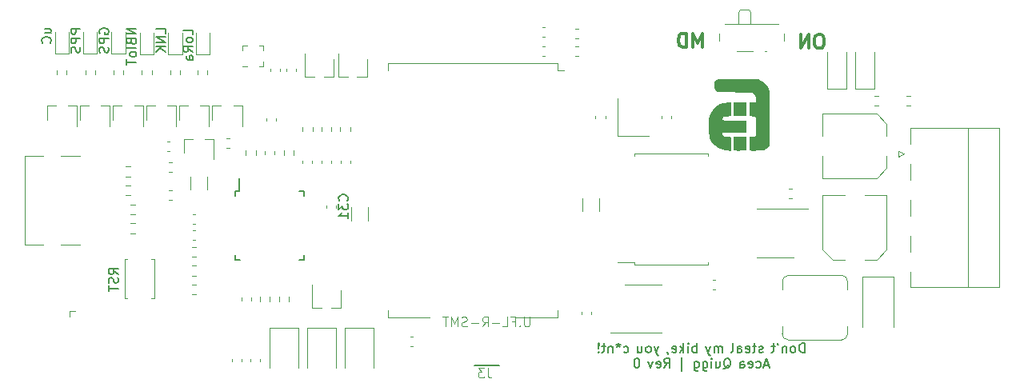
<source format=gbr>
%TF.GenerationSoftware,KiCad,Pcbnew,(6.99.0-1917-g23fb4c7433)*%
%TF.CreationDate,2022-06-08T13:57:36+10:00*%
%TF.ProjectId,samd21_gps_tracker,73616d64-3231-45f6-9770-735f74726163,rev?*%
%TF.SameCoordinates,Original*%
%TF.FileFunction,Legend,Bot*%
%TF.FilePolarity,Positive*%
%FSLAX46Y46*%
G04 Gerber Fmt 4.6, Leading zero omitted, Abs format (unit mm)*
G04 Created by KiCad (PCBNEW (6.99.0-1917-g23fb4c7433)) date 2022-06-08 13:57:36*
%MOMM*%
%LPD*%
G01*
G04 APERTURE LIST*
%ADD10C,0.170000*%
%ADD11C,0.300000*%
%ADD12C,0.150000*%
%ADD13C,0.050000*%
%ADD14C,0.010000*%
%ADD15C,0.120000*%
%ADD16C,0.127000*%
G04 APERTURE END LIST*
D10*
X143467380Y-38361905D02*
X142467380Y-38361905D01*
X142467380Y-38361905D02*
X142467380Y-38742857D01*
X142467380Y-38742857D02*
X142515000Y-38838095D01*
X142515000Y-38838095D02*
X142562619Y-38885714D01*
X142562619Y-38885714D02*
X142657857Y-38933333D01*
X142657857Y-38933333D02*
X142800714Y-38933333D01*
X142800714Y-38933333D02*
X142895952Y-38885714D01*
X142895952Y-38885714D02*
X142943571Y-38838095D01*
X142943571Y-38838095D02*
X142991190Y-38742857D01*
X142991190Y-38742857D02*
X142991190Y-38361905D01*
X143467380Y-39361905D02*
X142467380Y-39361905D01*
X142467380Y-39361905D02*
X142467380Y-39742857D01*
X142467380Y-39742857D02*
X142515000Y-39838095D01*
X142515000Y-39838095D02*
X142562619Y-39885714D01*
X142562619Y-39885714D02*
X142657857Y-39933333D01*
X142657857Y-39933333D02*
X142800714Y-39933333D01*
X142800714Y-39933333D02*
X142895952Y-39885714D01*
X142895952Y-39885714D02*
X142943571Y-39838095D01*
X142943571Y-39838095D02*
X142991190Y-39742857D01*
X142991190Y-39742857D02*
X142991190Y-39361905D01*
X143419761Y-40314286D02*
X143467380Y-40457143D01*
X143467380Y-40457143D02*
X143467380Y-40695238D01*
X143467380Y-40695238D02*
X143419761Y-40790476D01*
X143419761Y-40790476D02*
X143372142Y-40838095D01*
X143372142Y-40838095D02*
X143276904Y-40885714D01*
X143276904Y-40885714D02*
X143181666Y-40885714D01*
X143181666Y-40885714D02*
X143086428Y-40838095D01*
X143086428Y-40838095D02*
X143038809Y-40790476D01*
X143038809Y-40790476D02*
X142991190Y-40695238D01*
X142991190Y-40695238D02*
X142943571Y-40504762D01*
X142943571Y-40504762D02*
X142895952Y-40409524D01*
X142895952Y-40409524D02*
X142848333Y-40361905D01*
X142848333Y-40361905D02*
X142753095Y-40314286D01*
X142753095Y-40314286D02*
X142657857Y-40314286D01*
X142657857Y-40314286D02*
X142562619Y-40361905D01*
X142562619Y-40361905D02*
X142515000Y-40409524D01*
X142515000Y-40409524D02*
X142467380Y-40504762D01*
X142467380Y-40504762D02*
X142467380Y-40742857D01*
X142467380Y-40742857D02*
X142515000Y-40885714D01*
X145515000Y-38885714D02*
X145467380Y-38790476D01*
X145467380Y-38790476D02*
X145467380Y-38647619D01*
X145467380Y-38647619D02*
X145515000Y-38504762D01*
X145515000Y-38504762D02*
X145610238Y-38409524D01*
X145610238Y-38409524D02*
X145705476Y-38361905D01*
X145705476Y-38361905D02*
X145895952Y-38314286D01*
X145895952Y-38314286D02*
X146038809Y-38314286D01*
X146038809Y-38314286D02*
X146229285Y-38361905D01*
X146229285Y-38361905D02*
X146324523Y-38409524D01*
X146324523Y-38409524D02*
X146419761Y-38504762D01*
X146419761Y-38504762D02*
X146467380Y-38647619D01*
X146467380Y-38647619D02*
X146467380Y-38742857D01*
X146467380Y-38742857D02*
X146419761Y-38885714D01*
X146419761Y-38885714D02*
X146372142Y-38933333D01*
X146372142Y-38933333D02*
X146038809Y-38933333D01*
X146038809Y-38933333D02*
X146038809Y-38742857D01*
X146467380Y-39361905D02*
X145467380Y-39361905D01*
X145467380Y-39361905D02*
X145467380Y-39742857D01*
X145467380Y-39742857D02*
X145515000Y-39838095D01*
X145515000Y-39838095D02*
X145562619Y-39885714D01*
X145562619Y-39885714D02*
X145657857Y-39933333D01*
X145657857Y-39933333D02*
X145800714Y-39933333D01*
X145800714Y-39933333D02*
X145895952Y-39885714D01*
X145895952Y-39885714D02*
X145943571Y-39838095D01*
X145943571Y-39838095D02*
X145991190Y-39742857D01*
X145991190Y-39742857D02*
X145991190Y-39361905D01*
X146419761Y-40314286D02*
X146467380Y-40457143D01*
X146467380Y-40457143D02*
X146467380Y-40695238D01*
X146467380Y-40695238D02*
X146419761Y-40790476D01*
X146419761Y-40790476D02*
X146372142Y-40838095D01*
X146372142Y-40838095D02*
X146276904Y-40885714D01*
X146276904Y-40885714D02*
X146181666Y-40885714D01*
X146181666Y-40885714D02*
X146086428Y-40838095D01*
X146086428Y-40838095D02*
X146038809Y-40790476D01*
X146038809Y-40790476D02*
X145991190Y-40695238D01*
X145991190Y-40695238D02*
X145943571Y-40504762D01*
X145943571Y-40504762D02*
X145895952Y-40409524D01*
X145895952Y-40409524D02*
X145848333Y-40361905D01*
X145848333Y-40361905D02*
X145753095Y-40314286D01*
X145753095Y-40314286D02*
X145657857Y-40314286D01*
X145657857Y-40314286D02*
X145562619Y-40361905D01*
X145562619Y-40361905D02*
X145515000Y-40409524D01*
X145515000Y-40409524D02*
X145467380Y-40504762D01*
X145467380Y-40504762D02*
X145467380Y-40742857D01*
X145467380Y-40742857D02*
X145515000Y-40885714D01*
X149367380Y-38342857D02*
X148367380Y-38342857D01*
X148367380Y-38342857D02*
X149367380Y-38914285D01*
X149367380Y-38914285D02*
X148367380Y-38914285D01*
X148843571Y-39723809D02*
X148891190Y-39866666D01*
X148891190Y-39866666D02*
X148938809Y-39914285D01*
X148938809Y-39914285D02*
X149034047Y-39961904D01*
X149034047Y-39961904D02*
X149176904Y-39961904D01*
X149176904Y-39961904D02*
X149272142Y-39914285D01*
X149272142Y-39914285D02*
X149319761Y-39866666D01*
X149319761Y-39866666D02*
X149367380Y-39771428D01*
X149367380Y-39771428D02*
X149367380Y-39390476D01*
X149367380Y-39390476D02*
X148367380Y-39390476D01*
X148367380Y-39390476D02*
X148367380Y-39723809D01*
X148367380Y-39723809D02*
X148415000Y-39819047D01*
X148415000Y-39819047D02*
X148462619Y-39866666D01*
X148462619Y-39866666D02*
X148557857Y-39914285D01*
X148557857Y-39914285D02*
X148653095Y-39914285D01*
X148653095Y-39914285D02*
X148748333Y-39866666D01*
X148748333Y-39866666D02*
X148795952Y-39819047D01*
X148795952Y-39819047D02*
X148843571Y-39723809D01*
X148843571Y-39723809D02*
X148843571Y-39390476D01*
X149367380Y-40390476D02*
X148367380Y-40390476D01*
X149367380Y-41009523D02*
X149319761Y-40914285D01*
X149319761Y-40914285D02*
X149272142Y-40866666D01*
X149272142Y-40866666D02*
X149176904Y-40819047D01*
X149176904Y-40819047D02*
X148891190Y-40819047D01*
X148891190Y-40819047D02*
X148795952Y-40866666D01*
X148795952Y-40866666D02*
X148748333Y-40914285D01*
X148748333Y-40914285D02*
X148700714Y-41009523D01*
X148700714Y-41009523D02*
X148700714Y-41152380D01*
X148700714Y-41152380D02*
X148748333Y-41247618D01*
X148748333Y-41247618D02*
X148795952Y-41295237D01*
X148795952Y-41295237D02*
X148891190Y-41342856D01*
X148891190Y-41342856D02*
X149176904Y-41342856D01*
X149176904Y-41342856D02*
X149272142Y-41295237D01*
X149272142Y-41295237D02*
X149319761Y-41247618D01*
X149319761Y-41247618D02*
X149367380Y-41152380D01*
X149367380Y-41152380D02*
X149367380Y-41009523D01*
X148367380Y-41628571D02*
X148367380Y-42199999D01*
X149367380Y-41914285D02*
X148367380Y-41914285D01*
X152467380Y-38885714D02*
X152467380Y-38409524D01*
X152467380Y-38409524D02*
X151467380Y-38409524D01*
X152467380Y-39219048D02*
X151467380Y-39219048D01*
X151467380Y-39219048D02*
X152467380Y-39790476D01*
X152467380Y-39790476D02*
X151467380Y-39790476D01*
X152467380Y-40266667D02*
X151467380Y-40266667D01*
X152467380Y-40838095D02*
X151895952Y-40409524D01*
X151467380Y-40838095D02*
X152038809Y-40266667D01*
D11*
X209300000Y-40351071D02*
X209300000Y-38851071D01*
X209300000Y-38851071D02*
X208800000Y-39922500D01*
X208800000Y-39922500D02*
X208300000Y-38851071D01*
X208300000Y-38851071D02*
X208300000Y-40351071D01*
X207585714Y-40351071D02*
X207585714Y-38851071D01*
X207585714Y-38851071D02*
X207228571Y-38851071D01*
X207228571Y-38851071D02*
X207014285Y-38922500D01*
X207014285Y-38922500D02*
X206871428Y-39065357D01*
X206871428Y-39065357D02*
X206799999Y-39208214D01*
X206799999Y-39208214D02*
X206728571Y-39493928D01*
X206728571Y-39493928D02*
X206728571Y-39708214D01*
X206728571Y-39708214D02*
X206799999Y-39993928D01*
X206799999Y-39993928D02*
X206871428Y-40136785D01*
X206871428Y-40136785D02*
X207014285Y-40279642D01*
X207014285Y-40279642D02*
X207228571Y-40351071D01*
X207228571Y-40351071D02*
X207585714Y-40351071D01*
X221828571Y-38951071D02*
X221542857Y-38951071D01*
X221542857Y-38951071D02*
X221400000Y-39022500D01*
X221400000Y-39022500D02*
X221257143Y-39165357D01*
X221257143Y-39165357D02*
X221185714Y-39451071D01*
X221185714Y-39451071D02*
X221185714Y-39951071D01*
X221185714Y-39951071D02*
X221257143Y-40236785D01*
X221257143Y-40236785D02*
X221400000Y-40379642D01*
X221400000Y-40379642D02*
X221542857Y-40451071D01*
X221542857Y-40451071D02*
X221828571Y-40451071D01*
X221828571Y-40451071D02*
X221971429Y-40379642D01*
X221971429Y-40379642D02*
X222114286Y-40236785D01*
X222114286Y-40236785D02*
X222185714Y-39951071D01*
X222185714Y-39951071D02*
X222185714Y-39451071D01*
X222185714Y-39451071D02*
X222114286Y-39165357D01*
X222114286Y-39165357D02*
X221971429Y-39022500D01*
X221971429Y-39022500D02*
X221828571Y-38951071D01*
X220542857Y-40451071D02*
X220542857Y-38951071D01*
X220542857Y-38951071D02*
X219685714Y-40451071D01*
X219685714Y-40451071D02*
X219685714Y-38951071D01*
D10*
X155367380Y-39004761D02*
X155367380Y-38528571D01*
X155367380Y-38528571D02*
X154367380Y-38528571D01*
X155367380Y-39480952D02*
X155319761Y-39385714D01*
X155319761Y-39385714D02*
X155272142Y-39338095D01*
X155272142Y-39338095D02*
X155176904Y-39290476D01*
X155176904Y-39290476D02*
X154891190Y-39290476D01*
X154891190Y-39290476D02*
X154795952Y-39338095D01*
X154795952Y-39338095D02*
X154748333Y-39385714D01*
X154748333Y-39385714D02*
X154700714Y-39480952D01*
X154700714Y-39480952D02*
X154700714Y-39623809D01*
X154700714Y-39623809D02*
X154748333Y-39719047D01*
X154748333Y-39719047D02*
X154795952Y-39766666D01*
X154795952Y-39766666D02*
X154891190Y-39814285D01*
X154891190Y-39814285D02*
X155176904Y-39814285D01*
X155176904Y-39814285D02*
X155272142Y-39766666D01*
X155272142Y-39766666D02*
X155319761Y-39719047D01*
X155319761Y-39719047D02*
X155367380Y-39623809D01*
X155367380Y-39623809D02*
X155367380Y-39480952D01*
X155367380Y-40814285D02*
X154891190Y-40480952D01*
X155367380Y-40242857D02*
X154367380Y-40242857D01*
X154367380Y-40242857D02*
X154367380Y-40623809D01*
X154367380Y-40623809D02*
X154415000Y-40719047D01*
X154415000Y-40719047D02*
X154462619Y-40766666D01*
X154462619Y-40766666D02*
X154557857Y-40814285D01*
X154557857Y-40814285D02*
X154700714Y-40814285D01*
X154700714Y-40814285D02*
X154795952Y-40766666D01*
X154795952Y-40766666D02*
X154843571Y-40719047D01*
X154843571Y-40719047D02*
X154891190Y-40623809D01*
X154891190Y-40623809D02*
X154891190Y-40242857D01*
X155367380Y-41671428D02*
X154843571Y-41671428D01*
X154843571Y-41671428D02*
X154748333Y-41623809D01*
X154748333Y-41623809D02*
X154700714Y-41528571D01*
X154700714Y-41528571D02*
X154700714Y-41338095D01*
X154700714Y-41338095D02*
X154748333Y-41242857D01*
X155319761Y-41671428D02*
X155367380Y-41576190D01*
X155367380Y-41576190D02*
X155367380Y-41338095D01*
X155367380Y-41338095D02*
X155319761Y-41242857D01*
X155319761Y-41242857D02*
X155224523Y-41195238D01*
X155224523Y-41195238D02*
X155129285Y-41195238D01*
X155129285Y-41195238D02*
X155034047Y-41242857D01*
X155034047Y-41242857D02*
X154986428Y-41338095D01*
X154986428Y-41338095D02*
X154986428Y-41576190D01*
X154986428Y-41576190D02*
X154938809Y-41671428D01*
D12*
X147467380Y-64352380D02*
X146991190Y-64019047D01*
X147467380Y-63780952D02*
X146467380Y-63780952D01*
X146467380Y-63780952D02*
X146467380Y-64161904D01*
X146467380Y-64161904D02*
X146515000Y-64257142D01*
X146515000Y-64257142D02*
X146562619Y-64304761D01*
X146562619Y-64304761D02*
X146657857Y-64352380D01*
X146657857Y-64352380D02*
X146800714Y-64352380D01*
X146800714Y-64352380D02*
X146895952Y-64304761D01*
X146895952Y-64304761D02*
X146943571Y-64257142D01*
X146943571Y-64257142D02*
X146991190Y-64161904D01*
X146991190Y-64161904D02*
X146991190Y-63780952D01*
X147419761Y-64733333D02*
X147467380Y-64876190D01*
X147467380Y-64876190D02*
X147467380Y-65114285D01*
X147467380Y-65114285D02*
X147419761Y-65209523D01*
X147419761Y-65209523D02*
X147372142Y-65257142D01*
X147372142Y-65257142D02*
X147276904Y-65304761D01*
X147276904Y-65304761D02*
X147181666Y-65304761D01*
X147181666Y-65304761D02*
X147086428Y-65257142D01*
X147086428Y-65257142D02*
X147038809Y-65209523D01*
X147038809Y-65209523D02*
X146991190Y-65114285D01*
X146991190Y-65114285D02*
X146943571Y-64923809D01*
X146943571Y-64923809D02*
X146895952Y-64828571D01*
X146895952Y-64828571D02*
X146848333Y-64780952D01*
X146848333Y-64780952D02*
X146753095Y-64733333D01*
X146753095Y-64733333D02*
X146657857Y-64733333D01*
X146657857Y-64733333D02*
X146562619Y-64780952D01*
X146562619Y-64780952D02*
X146515000Y-64828571D01*
X146515000Y-64828571D02*
X146467380Y-64923809D01*
X146467380Y-64923809D02*
X146467380Y-65161904D01*
X146467380Y-65161904D02*
X146515000Y-65304761D01*
X146467380Y-65590476D02*
X146467380Y-66161904D01*
X147467380Y-65876190D02*
X146467380Y-65876190D01*
X220104762Y-72657380D02*
X220104762Y-71657380D01*
X220104762Y-71657380D02*
X219866667Y-71657380D01*
X219866667Y-71657380D02*
X219723810Y-71705000D01*
X219723810Y-71705000D02*
X219628572Y-71800238D01*
X219628572Y-71800238D02*
X219580953Y-71895476D01*
X219580953Y-71895476D02*
X219533334Y-72085952D01*
X219533334Y-72085952D02*
X219533334Y-72228809D01*
X219533334Y-72228809D02*
X219580953Y-72419285D01*
X219580953Y-72419285D02*
X219628572Y-72514523D01*
X219628572Y-72514523D02*
X219723810Y-72609761D01*
X219723810Y-72609761D02*
X219866667Y-72657380D01*
X219866667Y-72657380D02*
X220104762Y-72657380D01*
X218961905Y-72657380D02*
X219057143Y-72609761D01*
X219057143Y-72609761D02*
X219104762Y-72562142D01*
X219104762Y-72562142D02*
X219152381Y-72466904D01*
X219152381Y-72466904D02*
X219152381Y-72181190D01*
X219152381Y-72181190D02*
X219104762Y-72085952D01*
X219104762Y-72085952D02*
X219057143Y-72038333D01*
X219057143Y-72038333D02*
X218961905Y-71990714D01*
X218961905Y-71990714D02*
X218819048Y-71990714D01*
X218819048Y-71990714D02*
X218723810Y-72038333D01*
X218723810Y-72038333D02*
X218676191Y-72085952D01*
X218676191Y-72085952D02*
X218628572Y-72181190D01*
X218628572Y-72181190D02*
X218628572Y-72466904D01*
X218628572Y-72466904D02*
X218676191Y-72562142D01*
X218676191Y-72562142D02*
X218723810Y-72609761D01*
X218723810Y-72609761D02*
X218819048Y-72657380D01*
X218819048Y-72657380D02*
X218961905Y-72657380D01*
X218200000Y-71990714D02*
X218200000Y-72657380D01*
X218200000Y-72085952D02*
X218152381Y-72038333D01*
X218152381Y-72038333D02*
X218057143Y-71990714D01*
X218057143Y-71990714D02*
X217914286Y-71990714D01*
X217914286Y-71990714D02*
X217819048Y-72038333D01*
X217819048Y-72038333D02*
X217771429Y-72133571D01*
X217771429Y-72133571D02*
X217771429Y-72657380D01*
X217247619Y-71657380D02*
X217247619Y-71705000D01*
X217247619Y-71705000D02*
X217295238Y-71800238D01*
X217295238Y-71800238D02*
X217342857Y-71847857D01*
X216961905Y-71990714D02*
X216580953Y-71990714D01*
X216819048Y-71657380D02*
X216819048Y-72514523D01*
X216819048Y-72514523D02*
X216771429Y-72609761D01*
X216771429Y-72609761D02*
X216676191Y-72657380D01*
X216676191Y-72657380D02*
X216580953Y-72657380D01*
X215695238Y-72609761D02*
X215600000Y-72657380D01*
X215600000Y-72657380D02*
X215409524Y-72657380D01*
X215409524Y-72657380D02*
X215314286Y-72609761D01*
X215314286Y-72609761D02*
X215266667Y-72514523D01*
X215266667Y-72514523D02*
X215266667Y-72466904D01*
X215266667Y-72466904D02*
X215314286Y-72371666D01*
X215314286Y-72371666D02*
X215409524Y-72324047D01*
X215409524Y-72324047D02*
X215552381Y-72324047D01*
X215552381Y-72324047D02*
X215647619Y-72276428D01*
X215647619Y-72276428D02*
X215695238Y-72181190D01*
X215695238Y-72181190D02*
X215695238Y-72133571D01*
X215695238Y-72133571D02*
X215647619Y-72038333D01*
X215647619Y-72038333D02*
X215552381Y-71990714D01*
X215552381Y-71990714D02*
X215409524Y-71990714D01*
X215409524Y-71990714D02*
X215314286Y-72038333D01*
X214980952Y-71990714D02*
X214600000Y-71990714D01*
X214838095Y-71657380D02*
X214838095Y-72514523D01*
X214838095Y-72514523D02*
X214790476Y-72609761D01*
X214790476Y-72609761D02*
X214695238Y-72657380D01*
X214695238Y-72657380D02*
X214600000Y-72657380D01*
X213885714Y-72609761D02*
X213980952Y-72657380D01*
X213980952Y-72657380D02*
X214171428Y-72657380D01*
X214171428Y-72657380D02*
X214266666Y-72609761D01*
X214266666Y-72609761D02*
X214314285Y-72514523D01*
X214314285Y-72514523D02*
X214314285Y-72133571D01*
X214314285Y-72133571D02*
X214266666Y-72038333D01*
X214266666Y-72038333D02*
X214171428Y-71990714D01*
X214171428Y-71990714D02*
X213980952Y-71990714D01*
X213980952Y-71990714D02*
X213885714Y-72038333D01*
X213885714Y-72038333D02*
X213838095Y-72133571D01*
X213838095Y-72133571D02*
X213838095Y-72228809D01*
X213838095Y-72228809D02*
X214314285Y-72324047D01*
X212980952Y-72657380D02*
X212980952Y-72133571D01*
X212980952Y-72133571D02*
X213028571Y-72038333D01*
X213028571Y-72038333D02*
X213123809Y-71990714D01*
X213123809Y-71990714D02*
X213314285Y-71990714D01*
X213314285Y-71990714D02*
X213409523Y-72038333D01*
X212980952Y-72609761D02*
X213076190Y-72657380D01*
X213076190Y-72657380D02*
X213314285Y-72657380D01*
X213314285Y-72657380D02*
X213409523Y-72609761D01*
X213409523Y-72609761D02*
X213457142Y-72514523D01*
X213457142Y-72514523D02*
X213457142Y-72419285D01*
X213457142Y-72419285D02*
X213409523Y-72324047D01*
X213409523Y-72324047D02*
X213314285Y-72276428D01*
X213314285Y-72276428D02*
X213076190Y-72276428D01*
X213076190Y-72276428D02*
X212980952Y-72228809D01*
X212361904Y-72657380D02*
X212457142Y-72609761D01*
X212457142Y-72609761D02*
X212504761Y-72514523D01*
X212504761Y-72514523D02*
X212504761Y-71657380D01*
X211380951Y-72657380D02*
X211380951Y-71990714D01*
X211380951Y-72085952D02*
X211333332Y-72038333D01*
X211333332Y-72038333D02*
X211238094Y-71990714D01*
X211238094Y-71990714D02*
X211095237Y-71990714D01*
X211095237Y-71990714D02*
X210999999Y-72038333D01*
X210999999Y-72038333D02*
X210952380Y-72133571D01*
X210952380Y-72133571D02*
X210952380Y-72657380D01*
X210952380Y-72133571D02*
X210904761Y-72038333D01*
X210904761Y-72038333D02*
X210809523Y-71990714D01*
X210809523Y-71990714D02*
X210666666Y-71990714D01*
X210666666Y-71990714D02*
X210571427Y-72038333D01*
X210571427Y-72038333D02*
X210523808Y-72133571D01*
X210523808Y-72133571D02*
X210523808Y-72657380D01*
X210142856Y-71990714D02*
X209904761Y-72657380D01*
X209666666Y-71990714D02*
X209904761Y-72657380D01*
X209904761Y-72657380D02*
X209999999Y-72895476D01*
X209999999Y-72895476D02*
X210047618Y-72943095D01*
X210047618Y-72943095D02*
X210142856Y-72990714D01*
X208685713Y-72657380D02*
X208685713Y-71657380D01*
X208685713Y-72038333D02*
X208590475Y-71990714D01*
X208590475Y-71990714D02*
X208399999Y-71990714D01*
X208399999Y-71990714D02*
X208304761Y-72038333D01*
X208304761Y-72038333D02*
X208257142Y-72085952D01*
X208257142Y-72085952D02*
X208209523Y-72181190D01*
X208209523Y-72181190D02*
X208209523Y-72466904D01*
X208209523Y-72466904D02*
X208257142Y-72562142D01*
X208257142Y-72562142D02*
X208304761Y-72609761D01*
X208304761Y-72609761D02*
X208399999Y-72657380D01*
X208399999Y-72657380D02*
X208590475Y-72657380D01*
X208590475Y-72657380D02*
X208685713Y-72609761D01*
X207780951Y-72657380D02*
X207780951Y-71990714D01*
X207780951Y-71657380D02*
X207828570Y-71705000D01*
X207828570Y-71705000D02*
X207780951Y-71752619D01*
X207780951Y-71752619D02*
X207733332Y-71705000D01*
X207733332Y-71705000D02*
X207780951Y-71657380D01*
X207780951Y-71657380D02*
X207780951Y-71752619D01*
X207304761Y-72657380D02*
X207304761Y-71657380D01*
X207209523Y-72276428D02*
X206923809Y-72657380D01*
X206923809Y-71990714D02*
X207304761Y-72371666D01*
X206114285Y-72609761D02*
X206209523Y-72657380D01*
X206209523Y-72657380D02*
X206399999Y-72657380D01*
X206399999Y-72657380D02*
X206495237Y-72609761D01*
X206495237Y-72609761D02*
X206542856Y-72514523D01*
X206542856Y-72514523D02*
X206542856Y-72133571D01*
X206542856Y-72133571D02*
X206495237Y-72038333D01*
X206495237Y-72038333D02*
X206399999Y-71990714D01*
X206399999Y-71990714D02*
X206209523Y-71990714D01*
X206209523Y-71990714D02*
X206114285Y-72038333D01*
X206114285Y-72038333D02*
X206066666Y-72133571D01*
X206066666Y-72133571D02*
X206066666Y-72228809D01*
X206066666Y-72228809D02*
X206542856Y-72324047D01*
X205590475Y-72609761D02*
X205590475Y-72657380D01*
X205590475Y-72657380D02*
X205638094Y-72752619D01*
X205638094Y-72752619D02*
X205685713Y-72800238D01*
X204657142Y-71990714D02*
X204419047Y-72657380D01*
X204180952Y-71990714D02*
X204419047Y-72657380D01*
X204419047Y-72657380D02*
X204514285Y-72895476D01*
X204514285Y-72895476D02*
X204561904Y-72943095D01*
X204561904Y-72943095D02*
X204657142Y-72990714D01*
X203657142Y-72657380D02*
X203752380Y-72609761D01*
X203752380Y-72609761D02*
X203799999Y-72562142D01*
X203799999Y-72562142D02*
X203847618Y-72466904D01*
X203847618Y-72466904D02*
X203847618Y-72181190D01*
X203847618Y-72181190D02*
X203799999Y-72085952D01*
X203799999Y-72085952D02*
X203752380Y-72038333D01*
X203752380Y-72038333D02*
X203657142Y-71990714D01*
X203657142Y-71990714D02*
X203514285Y-71990714D01*
X203514285Y-71990714D02*
X203419047Y-72038333D01*
X203419047Y-72038333D02*
X203371428Y-72085952D01*
X203371428Y-72085952D02*
X203323809Y-72181190D01*
X203323809Y-72181190D02*
X203323809Y-72466904D01*
X203323809Y-72466904D02*
X203371428Y-72562142D01*
X203371428Y-72562142D02*
X203419047Y-72609761D01*
X203419047Y-72609761D02*
X203514285Y-72657380D01*
X203514285Y-72657380D02*
X203657142Y-72657380D01*
X202466666Y-71990714D02*
X202466666Y-72657380D01*
X202895237Y-71990714D02*
X202895237Y-72514523D01*
X202895237Y-72514523D02*
X202847618Y-72609761D01*
X202847618Y-72609761D02*
X202752380Y-72657380D01*
X202752380Y-72657380D02*
X202609523Y-72657380D01*
X202609523Y-72657380D02*
X202514285Y-72609761D01*
X202514285Y-72609761D02*
X202466666Y-72562142D01*
X200961904Y-72609761D02*
X201057142Y-72657380D01*
X201057142Y-72657380D02*
X201247618Y-72657380D01*
X201247618Y-72657380D02*
X201342856Y-72609761D01*
X201342856Y-72609761D02*
X201390475Y-72562142D01*
X201390475Y-72562142D02*
X201438094Y-72466904D01*
X201438094Y-72466904D02*
X201438094Y-72181190D01*
X201438094Y-72181190D02*
X201390475Y-72085952D01*
X201390475Y-72085952D02*
X201342856Y-72038333D01*
X201342856Y-72038333D02*
X201247618Y-71990714D01*
X201247618Y-71990714D02*
X201057142Y-71990714D01*
X201057142Y-71990714D02*
X200961904Y-72038333D01*
X200390475Y-71657380D02*
X200390475Y-71895476D01*
X200628570Y-71800238D02*
X200390475Y-71895476D01*
X200390475Y-71895476D02*
X200152380Y-71800238D01*
X200533332Y-72085952D02*
X200390475Y-71895476D01*
X200390475Y-71895476D02*
X200247618Y-72085952D01*
X199771427Y-71990714D02*
X199771427Y-72657380D01*
X199771427Y-72085952D02*
X199723808Y-72038333D01*
X199723808Y-72038333D02*
X199628570Y-71990714D01*
X199628570Y-71990714D02*
X199485713Y-71990714D01*
X199485713Y-71990714D02*
X199390475Y-72038333D01*
X199390475Y-72038333D02*
X199342856Y-72133571D01*
X199342856Y-72133571D02*
X199342856Y-72657380D01*
X199009522Y-71990714D02*
X198628570Y-71990714D01*
X198866665Y-71657380D02*
X198866665Y-72514523D01*
X198866665Y-72514523D02*
X198819046Y-72609761D01*
X198819046Y-72609761D02*
X198723808Y-72657380D01*
X198723808Y-72657380D02*
X198628570Y-72657380D01*
X198295236Y-72562142D02*
X198247617Y-72609761D01*
X198247617Y-72609761D02*
X198295236Y-72657380D01*
X198295236Y-72657380D02*
X198342855Y-72609761D01*
X198342855Y-72609761D02*
X198295236Y-72562142D01*
X198295236Y-72562142D02*
X198295236Y-72657380D01*
X198295236Y-72276428D02*
X198342855Y-71705000D01*
X198342855Y-71705000D02*
X198295236Y-71657380D01*
X198295236Y-71657380D02*
X198247617Y-71705000D01*
X198247617Y-71705000D02*
X198295236Y-72276428D01*
X198295236Y-72276428D02*
X198295236Y-71657380D01*
X216328571Y-73991666D02*
X215852381Y-73991666D01*
X216423809Y-74277380D02*
X216090476Y-73277380D01*
X216090476Y-73277380D02*
X215757143Y-74277380D01*
X214995238Y-74229761D02*
X215090476Y-74277380D01*
X215090476Y-74277380D02*
X215280952Y-74277380D01*
X215280952Y-74277380D02*
X215376190Y-74229761D01*
X215376190Y-74229761D02*
X215423809Y-74182142D01*
X215423809Y-74182142D02*
X215471428Y-74086904D01*
X215471428Y-74086904D02*
X215471428Y-73801190D01*
X215471428Y-73801190D02*
X215423809Y-73705952D01*
X215423809Y-73705952D02*
X215376190Y-73658333D01*
X215376190Y-73658333D02*
X215280952Y-73610714D01*
X215280952Y-73610714D02*
X215090476Y-73610714D01*
X215090476Y-73610714D02*
X214995238Y-73658333D01*
X214185714Y-74229761D02*
X214280952Y-74277380D01*
X214280952Y-74277380D02*
X214471428Y-74277380D01*
X214471428Y-74277380D02*
X214566666Y-74229761D01*
X214566666Y-74229761D02*
X214614285Y-74134523D01*
X214614285Y-74134523D02*
X214614285Y-73753571D01*
X214614285Y-73753571D02*
X214566666Y-73658333D01*
X214566666Y-73658333D02*
X214471428Y-73610714D01*
X214471428Y-73610714D02*
X214280952Y-73610714D01*
X214280952Y-73610714D02*
X214185714Y-73658333D01*
X214185714Y-73658333D02*
X214138095Y-73753571D01*
X214138095Y-73753571D02*
X214138095Y-73848809D01*
X214138095Y-73848809D02*
X214614285Y-73944047D01*
X213280952Y-74277380D02*
X213280952Y-73753571D01*
X213280952Y-73753571D02*
X213328571Y-73658333D01*
X213328571Y-73658333D02*
X213423809Y-73610714D01*
X213423809Y-73610714D02*
X213614285Y-73610714D01*
X213614285Y-73610714D02*
X213709523Y-73658333D01*
X213280952Y-74229761D02*
X213376190Y-74277380D01*
X213376190Y-74277380D02*
X213614285Y-74277380D01*
X213614285Y-74277380D02*
X213709523Y-74229761D01*
X213709523Y-74229761D02*
X213757142Y-74134523D01*
X213757142Y-74134523D02*
X213757142Y-74039285D01*
X213757142Y-74039285D02*
X213709523Y-73944047D01*
X213709523Y-73944047D02*
X213614285Y-73896428D01*
X213614285Y-73896428D02*
X213376190Y-73896428D01*
X213376190Y-73896428D02*
X213280952Y-73848809D01*
X211538095Y-74372619D02*
X211633333Y-74325000D01*
X211633333Y-74325000D02*
X211728571Y-74229761D01*
X211728571Y-74229761D02*
X211871428Y-74086904D01*
X211871428Y-74086904D02*
X211966666Y-74039285D01*
X211966666Y-74039285D02*
X212061904Y-74039285D01*
X212014285Y-74277380D02*
X212109523Y-74229761D01*
X212109523Y-74229761D02*
X212204761Y-74134523D01*
X212204761Y-74134523D02*
X212252380Y-73944047D01*
X212252380Y-73944047D02*
X212252380Y-73610714D01*
X212252380Y-73610714D02*
X212204761Y-73420238D01*
X212204761Y-73420238D02*
X212109523Y-73325000D01*
X212109523Y-73325000D02*
X212014285Y-73277380D01*
X212014285Y-73277380D02*
X211823809Y-73277380D01*
X211823809Y-73277380D02*
X211728571Y-73325000D01*
X211728571Y-73325000D02*
X211633333Y-73420238D01*
X211633333Y-73420238D02*
X211585714Y-73610714D01*
X211585714Y-73610714D02*
X211585714Y-73944047D01*
X211585714Y-73944047D02*
X211633333Y-74134523D01*
X211633333Y-74134523D02*
X211728571Y-74229761D01*
X211728571Y-74229761D02*
X211823809Y-74277380D01*
X211823809Y-74277380D02*
X212014285Y-74277380D01*
X210728571Y-73610714D02*
X210728571Y-74277380D01*
X211157142Y-73610714D02*
X211157142Y-74134523D01*
X211157142Y-74134523D02*
X211109523Y-74229761D01*
X211109523Y-74229761D02*
X211014285Y-74277380D01*
X211014285Y-74277380D02*
X210871428Y-74277380D01*
X210871428Y-74277380D02*
X210776190Y-74229761D01*
X210776190Y-74229761D02*
X210728571Y-74182142D01*
X210252380Y-74277380D02*
X210252380Y-73610714D01*
X210252380Y-73277380D02*
X210299999Y-73325000D01*
X210299999Y-73325000D02*
X210252380Y-73372619D01*
X210252380Y-73372619D02*
X210204761Y-73325000D01*
X210204761Y-73325000D02*
X210252380Y-73277380D01*
X210252380Y-73277380D02*
X210252380Y-73372619D01*
X209347619Y-73610714D02*
X209347619Y-74420238D01*
X209347619Y-74420238D02*
X209395238Y-74515476D01*
X209395238Y-74515476D02*
X209442857Y-74563095D01*
X209442857Y-74563095D02*
X209538095Y-74610714D01*
X209538095Y-74610714D02*
X209680952Y-74610714D01*
X209680952Y-74610714D02*
X209776190Y-74563095D01*
X209347619Y-74229761D02*
X209442857Y-74277380D01*
X209442857Y-74277380D02*
X209633333Y-74277380D01*
X209633333Y-74277380D02*
X209728571Y-74229761D01*
X209728571Y-74229761D02*
X209776190Y-74182142D01*
X209776190Y-74182142D02*
X209823809Y-74086904D01*
X209823809Y-74086904D02*
X209823809Y-73801190D01*
X209823809Y-73801190D02*
X209776190Y-73705952D01*
X209776190Y-73705952D02*
X209728571Y-73658333D01*
X209728571Y-73658333D02*
X209633333Y-73610714D01*
X209633333Y-73610714D02*
X209442857Y-73610714D01*
X209442857Y-73610714D02*
X209347619Y-73658333D01*
X208442857Y-73610714D02*
X208442857Y-74420238D01*
X208442857Y-74420238D02*
X208490476Y-74515476D01*
X208490476Y-74515476D02*
X208538095Y-74563095D01*
X208538095Y-74563095D02*
X208633333Y-74610714D01*
X208633333Y-74610714D02*
X208776190Y-74610714D01*
X208776190Y-74610714D02*
X208871428Y-74563095D01*
X208442857Y-74229761D02*
X208538095Y-74277380D01*
X208538095Y-74277380D02*
X208728571Y-74277380D01*
X208728571Y-74277380D02*
X208823809Y-74229761D01*
X208823809Y-74229761D02*
X208871428Y-74182142D01*
X208871428Y-74182142D02*
X208919047Y-74086904D01*
X208919047Y-74086904D02*
X208919047Y-73801190D01*
X208919047Y-73801190D02*
X208871428Y-73705952D01*
X208871428Y-73705952D02*
X208823809Y-73658333D01*
X208823809Y-73658333D02*
X208728571Y-73610714D01*
X208728571Y-73610714D02*
X208538095Y-73610714D01*
X208538095Y-73610714D02*
X208442857Y-73658333D01*
X207128571Y-74610714D02*
X207128571Y-73182142D01*
X205242857Y-74277380D02*
X205576190Y-73801190D01*
X205814285Y-74277380D02*
X205814285Y-73277380D01*
X205814285Y-73277380D02*
X205433333Y-73277380D01*
X205433333Y-73277380D02*
X205338095Y-73325000D01*
X205338095Y-73325000D02*
X205290476Y-73372619D01*
X205290476Y-73372619D02*
X205242857Y-73467857D01*
X205242857Y-73467857D02*
X205242857Y-73610714D01*
X205242857Y-73610714D02*
X205290476Y-73705952D01*
X205290476Y-73705952D02*
X205338095Y-73753571D01*
X205338095Y-73753571D02*
X205433333Y-73801190D01*
X205433333Y-73801190D02*
X205814285Y-73801190D01*
X204433333Y-74229761D02*
X204528571Y-74277380D01*
X204528571Y-74277380D02*
X204719047Y-74277380D01*
X204719047Y-74277380D02*
X204814285Y-74229761D01*
X204814285Y-74229761D02*
X204861904Y-74134523D01*
X204861904Y-74134523D02*
X204861904Y-73753571D01*
X204861904Y-73753571D02*
X204814285Y-73658333D01*
X204814285Y-73658333D02*
X204719047Y-73610714D01*
X204719047Y-73610714D02*
X204528571Y-73610714D01*
X204528571Y-73610714D02*
X204433333Y-73658333D01*
X204433333Y-73658333D02*
X204385714Y-73753571D01*
X204385714Y-73753571D02*
X204385714Y-73848809D01*
X204385714Y-73848809D02*
X204861904Y-73944047D01*
X204052380Y-73610714D02*
X203814285Y-74277380D01*
X203814285Y-74277380D02*
X203576190Y-73610714D01*
X202404761Y-73277380D02*
X202309523Y-73277380D01*
X202309523Y-73277380D02*
X202214285Y-73325000D01*
X202214285Y-73325000D02*
X202166666Y-73372619D01*
X202166666Y-73372619D02*
X202119047Y-73467857D01*
X202119047Y-73467857D02*
X202071428Y-73658333D01*
X202071428Y-73658333D02*
X202071428Y-73896428D01*
X202071428Y-73896428D02*
X202119047Y-74086904D01*
X202119047Y-74086904D02*
X202166666Y-74182142D01*
X202166666Y-74182142D02*
X202214285Y-74229761D01*
X202214285Y-74229761D02*
X202309523Y-74277380D01*
X202309523Y-74277380D02*
X202404761Y-74277380D01*
X202404761Y-74277380D02*
X202499999Y-74229761D01*
X202499999Y-74229761D02*
X202547618Y-74182142D01*
X202547618Y-74182142D02*
X202595237Y-74086904D01*
X202595237Y-74086904D02*
X202642856Y-73896428D01*
X202642856Y-73896428D02*
X202642856Y-73658333D01*
X202642856Y-73658333D02*
X202595237Y-73467857D01*
X202595237Y-73467857D02*
X202547618Y-73372619D01*
X202547618Y-73372619D02*
X202499999Y-73325000D01*
X202499999Y-73325000D02*
X202404761Y-73277380D01*
D10*
X139700714Y-38814285D02*
X140367380Y-38814285D01*
X139700714Y-38385714D02*
X140224523Y-38385714D01*
X140224523Y-38385714D02*
X140319761Y-38433333D01*
X140319761Y-38433333D02*
X140367380Y-38528571D01*
X140367380Y-38528571D02*
X140367380Y-38671428D01*
X140367380Y-38671428D02*
X140319761Y-38766666D01*
X140319761Y-38766666D02*
X140272142Y-38814285D01*
X140272142Y-39861904D02*
X140319761Y-39814285D01*
X140319761Y-39814285D02*
X140367380Y-39671428D01*
X140367380Y-39671428D02*
X140367380Y-39576190D01*
X140367380Y-39576190D02*
X140319761Y-39433333D01*
X140319761Y-39433333D02*
X140224523Y-39338095D01*
X140224523Y-39338095D02*
X140129285Y-39290476D01*
X140129285Y-39290476D02*
X139938809Y-39242857D01*
X139938809Y-39242857D02*
X139795952Y-39242857D01*
X139795952Y-39242857D02*
X139605476Y-39290476D01*
X139605476Y-39290476D02*
X139510238Y-39338095D01*
X139510238Y-39338095D02*
X139415000Y-39433333D01*
X139415000Y-39433333D02*
X139367380Y-39576190D01*
X139367380Y-39576190D02*
X139367380Y-39671428D01*
X139367380Y-39671428D02*
X139415000Y-39814285D01*
X139415000Y-39814285D02*
X139462619Y-39861904D01*
D12*
%TO.C,C31*%
X171702142Y-56557142D02*
X171749761Y-56509523D01*
X171749761Y-56509523D02*
X171797380Y-56366666D01*
X171797380Y-56366666D02*
X171797380Y-56271428D01*
X171797380Y-56271428D02*
X171749761Y-56128571D01*
X171749761Y-56128571D02*
X171654523Y-56033333D01*
X171654523Y-56033333D02*
X171559285Y-55985714D01*
X171559285Y-55985714D02*
X171368809Y-55938095D01*
X171368809Y-55938095D02*
X171225952Y-55938095D01*
X171225952Y-55938095D02*
X171035476Y-55985714D01*
X171035476Y-55985714D02*
X170940238Y-56033333D01*
X170940238Y-56033333D02*
X170845000Y-56128571D01*
X170845000Y-56128571D02*
X170797380Y-56271428D01*
X170797380Y-56271428D02*
X170797380Y-56366666D01*
X170797380Y-56366666D02*
X170845000Y-56509523D01*
X170845000Y-56509523D02*
X170892619Y-56557142D01*
X170797380Y-56890476D02*
X170797380Y-57509523D01*
X170797380Y-57509523D02*
X171178333Y-57176190D01*
X171178333Y-57176190D02*
X171178333Y-57319047D01*
X171178333Y-57319047D02*
X171225952Y-57414285D01*
X171225952Y-57414285D02*
X171273571Y-57461904D01*
X171273571Y-57461904D02*
X171368809Y-57509523D01*
X171368809Y-57509523D02*
X171606904Y-57509523D01*
X171606904Y-57509523D02*
X171702142Y-57461904D01*
X171702142Y-57461904D02*
X171749761Y-57414285D01*
X171749761Y-57414285D02*
X171797380Y-57319047D01*
X171797380Y-57319047D02*
X171797380Y-57033333D01*
X171797380Y-57033333D02*
X171749761Y-56938095D01*
X171749761Y-56938095D02*
X171702142Y-56890476D01*
X171797380Y-58461904D02*
X171797380Y-57890476D01*
X171797380Y-58176190D02*
X170797380Y-58176190D01*
X170797380Y-58176190D02*
X170940238Y-58080952D01*
X170940238Y-58080952D02*
X171035476Y-57985714D01*
X171035476Y-57985714D02*
X171083095Y-57890476D01*
D13*
%TO.C,J3*%
X186569329Y-74306516D02*
X186569329Y-75021609D01*
X186569329Y-75021609D02*
X186617002Y-75164627D01*
X186617002Y-75164627D02*
X186712348Y-75259973D01*
X186712348Y-75259973D02*
X186855366Y-75307646D01*
X186855366Y-75307646D02*
X186950712Y-75307646D01*
X186187946Y-74306516D02*
X185568199Y-74306516D01*
X185568199Y-74306516D02*
X185901909Y-74687899D01*
X185901909Y-74687899D02*
X185758890Y-74687899D01*
X185758890Y-74687899D02*
X185663545Y-74735571D01*
X185663545Y-74735571D02*
X185615872Y-74783244D01*
X185615872Y-74783244D02*
X185568199Y-74878590D01*
X185568199Y-74878590D02*
X185568199Y-75116954D01*
X185568199Y-75116954D02*
X185615872Y-75212300D01*
X185615872Y-75212300D02*
X185663545Y-75259973D01*
X185663545Y-75259973D02*
X185758890Y-75307646D01*
X185758890Y-75307646D02*
X186044927Y-75307646D01*
X186044927Y-75307646D02*
X186140273Y-75259973D01*
X186140273Y-75259973D02*
X186187946Y-75212300D01*
X191008179Y-68894043D02*
X191008179Y-69705291D01*
X191008179Y-69705291D02*
X190960459Y-69800732D01*
X190960459Y-69800732D02*
X190912738Y-69848453D01*
X190912738Y-69848453D02*
X190817297Y-69896173D01*
X190817297Y-69896173D02*
X190626415Y-69896173D01*
X190626415Y-69896173D02*
X190530974Y-69848453D01*
X190530974Y-69848453D02*
X190483254Y-69800732D01*
X190483254Y-69800732D02*
X190435533Y-69705291D01*
X190435533Y-69705291D02*
X190435533Y-68894043D01*
X189958329Y-69800732D02*
X189910609Y-69848453D01*
X189910609Y-69848453D02*
X189958329Y-69896173D01*
X189958329Y-69896173D02*
X190006050Y-69848453D01*
X190006050Y-69848453D02*
X189958329Y-69800732D01*
X189958329Y-69800732D02*
X189958329Y-69896173D01*
X189147081Y-69371248D02*
X189481124Y-69371248D01*
X189481124Y-69896173D02*
X189481124Y-68894043D01*
X189481124Y-68894043D02*
X189003919Y-68894043D01*
X188144950Y-69896173D02*
X188622155Y-69896173D01*
X188622155Y-69896173D02*
X188622155Y-68894043D01*
X187810907Y-69514409D02*
X187047380Y-69514409D01*
X185997529Y-69896173D02*
X186331573Y-69418968D01*
X186570175Y-69896173D02*
X186570175Y-68894043D01*
X186570175Y-68894043D02*
X186188411Y-68894043D01*
X186188411Y-68894043D02*
X186092970Y-68941764D01*
X186092970Y-68941764D02*
X186045250Y-68989484D01*
X186045250Y-68989484D02*
X185997529Y-69084925D01*
X185997529Y-69084925D02*
X185997529Y-69228086D01*
X185997529Y-69228086D02*
X186045250Y-69323527D01*
X186045250Y-69323527D02*
X186092970Y-69371248D01*
X186092970Y-69371248D02*
X186188411Y-69418968D01*
X186188411Y-69418968D02*
X186570175Y-69418968D01*
X185568045Y-69514409D02*
X184804518Y-69514409D01*
X184375034Y-69848453D02*
X184231872Y-69896173D01*
X184231872Y-69896173D02*
X183993270Y-69896173D01*
X183993270Y-69896173D02*
X183897829Y-69848453D01*
X183897829Y-69848453D02*
X183850108Y-69800732D01*
X183850108Y-69800732D02*
X183802388Y-69705291D01*
X183802388Y-69705291D02*
X183802388Y-69609850D01*
X183802388Y-69609850D02*
X183850108Y-69514409D01*
X183850108Y-69514409D02*
X183897829Y-69466689D01*
X183897829Y-69466689D02*
X183993270Y-69418968D01*
X183993270Y-69418968D02*
X184184152Y-69371248D01*
X184184152Y-69371248D02*
X184279593Y-69323527D01*
X184279593Y-69323527D02*
X184327313Y-69275807D01*
X184327313Y-69275807D02*
X184375034Y-69180366D01*
X184375034Y-69180366D02*
X184375034Y-69084925D01*
X184375034Y-69084925D02*
X184327313Y-68989484D01*
X184327313Y-68989484D02*
X184279593Y-68941764D01*
X184279593Y-68941764D02*
X184184152Y-68894043D01*
X184184152Y-68894043D02*
X183945549Y-68894043D01*
X183945549Y-68894043D02*
X183802388Y-68941764D01*
X183372903Y-69896173D02*
X183372903Y-68894043D01*
X183372903Y-68894043D02*
X183038860Y-69609850D01*
X183038860Y-69609850D02*
X182704816Y-68894043D01*
X182704816Y-68894043D02*
X182704816Y-69896173D01*
X182370774Y-68894043D02*
X181798128Y-68894043D01*
X182084451Y-69896173D02*
X182084451Y-68894043D01*
%TO.C,J7*%
G36*
X213871500Y-47548167D02*
G01*
X212622666Y-47548167D01*
X212622666Y-46193500D01*
X213871500Y-46193500D01*
X213871500Y-47548167D01*
G37*
D14*
X213871500Y-47548167D02*
X212622666Y-47548167D01*
X212622666Y-46193500D01*
X213871500Y-46193500D01*
X213871500Y-47548167D01*
G36*
X213860916Y-51199417D02*
G01*
X213256221Y-51205026D01*
X213100272Y-51205982D01*
X212958236Y-51205913D01*
X212835583Y-51204896D01*
X212737784Y-51203010D01*
X212670310Y-51200332D01*
X212638632Y-51196941D01*
X212637096Y-51196207D01*
X212633574Y-51172261D01*
X212630364Y-51111150D01*
X212627573Y-51018039D01*
X212625309Y-50898096D01*
X212623680Y-50756488D01*
X212622796Y-50598382D01*
X212622666Y-50507972D01*
X212622666Y-49834167D01*
X213872086Y-49834167D01*
X213860916Y-51199417D01*
G37*
X213860916Y-51199417D02*
X213256221Y-51205026D01*
X213100272Y-51205982D01*
X212958236Y-51205913D01*
X212835583Y-51204896D01*
X212737784Y-51203010D01*
X212670310Y-51200332D01*
X212638632Y-51196941D01*
X212637096Y-51196207D01*
X212633574Y-51172261D01*
X212630364Y-51111150D01*
X212627573Y-51018039D01*
X212625309Y-50898096D01*
X212623680Y-50756488D01*
X212622796Y-50598382D01*
X212622666Y-50507972D01*
X212622666Y-49834167D01*
X213872086Y-49834167D01*
X213860916Y-51199417D01*
G36*
X212241666Y-47544797D02*
G01*
X212098791Y-47557134D01*
X211925992Y-47572415D01*
X211790336Y-47585393D01*
X211686740Y-47596787D01*
X211610121Y-47607317D01*
X211555397Y-47617702D01*
X211517484Y-47628662D01*
X211491301Y-47640914D01*
X211486801Y-47643730D01*
X211433344Y-47699791D01*
X211388728Y-47786783D01*
X211357833Y-47893488D01*
X211347847Y-47963051D01*
X211338320Y-48071019D01*
X211655775Y-48084759D01*
X211745858Y-48087703D01*
X211871933Y-48090431D01*
X212027659Y-48092874D01*
X212206696Y-48094963D01*
X212402702Y-48096631D01*
X212609337Y-48097807D01*
X212820260Y-48098423D01*
X212922365Y-48098500D01*
X213871500Y-48098500D01*
X213871500Y-49305000D01*
X211334161Y-49305000D01*
X211342766Y-49373792D01*
X211350872Y-49438688D01*
X211360745Y-49517838D01*
X211363884Y-49543024D01*
X211395436Y-49651582D01*
X211458400Y-49733173D01*
X211550500Y-49784969D01*
X211561618Y-49788519D01*
X211617761Y-49799964D01*
X211703353Y-49811077D01*
X211805526Y-49820396D01*
X211885664Y-49825345D01*
X211986742Y-49830839D01*
X212075991Y-49836844D01*
X212142620Y-49842566D01*
X212172875Y-49846503D01*
X212220500Y-49856140D01*
X212220500Y-51210000D01*
X212077625Y-51207823D01*
X211992083Y-51203793D01*
X211882703Y-51194823D01*
X211767475Y-51182502D01*
X211714747Y-51175780D01*
X211426245Y-51118665D01*
X211162377Y-51028125D01*
X210919660Y-50902382D01*
X210694611Y-50739659D01*
X210500406Y-50556008D01*
X210350344Y-50383452D01*
X210231435Y-50213883D01*
X210140261Y-50039060D01*
X210073399Y-49850745D01*
X210027431Y-49640698D01*
X209998935Y-49400681D01*
X209994253Y-49336750D01*
X209988435Y-49217992D01*
X209984506Y-49072871D01*
X209982364Y-48908058D01*
X209981906Y-48730226D01*
X209983030Y-48546048D01*
X209985634Y-48362197D01*
X209989614Y-48185343D01*
X209994869Y-48022162D01*
X210001297Y-47879323D01*
X210008794Y-47763501D01*
X210017259Y-47681368D01*
X210019919Y-47664583D01*
X210053569Y-47541199D01*
X210110813Y-47399278D01*
X210185633Y-47250531D01*
X210272005Y-47106669D01*
X210363910Y-46979404D01*
X210385732Y-46953086D01*
X210563580Y-46763133D01*
X210747921Y-46604194D01*
X210943919Y-46473888D01*
X211156736Y-46369830D01*
X211391536Y-46289637D01*
X211653482Y-46230923D01*
X211947737Y-46191307D01*
X212056458Y-46181733D01*
X212241666Y-46167326D01*
X212241666Y-47544797D01*
G37*
X212241666Y-47544797D02*
X212098791Y-47557134D01*
X211925992Y-47572415D01*
X211790336Y-47585393D01*
X211686740Y-47596787D01*
X211610121Y-47607317D01*
X211555397Y-47617702D01*
X211517484Y-47628662D01*
X211491301Y-47640914D01*
X211486801Y-47643730D01*
X211433344Y-47699791D01*
X211388728Y-47786783D01*
X211357833Y-47893488D01*
X211347847Y-47963051D01*
X211338320Y-48071019D01*
X211655775Y-48084759D01*
X211745858Y-48087703D01*
X211871933Y-48090431D01*
X212027659Y-48092874D01*
X212206696Y-48094963D01*
X212402702Y-48096631D01*
X212609337Y-48097807D01*
X212820260Y-48098423D01*
X212922365Y-48098500D01*
X213871500Y-48098500D01*
X213871500Y-49305000D01*
X211334161Y-49305000D01*
X211342766Y-49373792D01*
X211350872Y-49438688D01*
X211360745Y-49517838D01*
X211363884Y-49543024D01*
X211395436Y-49651582D01*
X211458400Y-49733173D01*
X211550500Y-49784969D01*
X211561618Y-49788519D01*
X211617761Y-49799964D01*
X211703353Y-49811077D01*
X211805526Y-49820396D01*
X211885664Y-49825345D01*
X211986742Y-49830839D01*
X212075991Y-49836844D01*
X212142620Y-49842566D01*
X212172875Y-49846503D01*
X212220500Y-49856140D01*
X212220500Y-51210000D01*
X212077625Y-51207823D01*
X211992083Y-51203793D01*
X211882703Y-51194823D01*
X211767475Y-51182502D01*
X211714747Y-51175780D01*
X211426245Y-51118665D01*
X211162377Y-51028125D01*
X210919660Y-50902382D01*
X210694611Y-50739659D01*
X210500406Y-50556008D01*
X210350344Y-50383452D01*
X210231435Y-50213883D01*
X210140261Y-50039060D01*
X210073399Y-49850745D01*
X210027431Y-49640698D01*
X209998935Y-49400681D01*
X209994253Y-49336750D01*
X209988435Y-49217992D01*
X209984506Y-49072871D01*
X209982364Y-48908058D01*
X209981906Y-48730226D01*
X209983030Y-48546048D01*
X209985634Y-48362197D01*
X209989614Y-48185343D01*
X209994869Y-48022162D01*
X210001297Y-47879323D01*
X210008794Y-47763501D01*
X210017259Y-47681368D01*
X210019919Y-47664583D01*
X210053569Y-47541199D01*
X210110813Y-47399278D01*
X210185633Y-47250531D01*
X210272005Y-47106669D01*
X210363910Y-46979404D01*
X210385732Y-46953086D01*
X210563580Y-46763133D01*
X210747921Y-46604194D01*
X210943919Y-46473888D01*
X211156736Y-46369830D01*
X211391536Y-46289637D01*
X211653482Y-46230923D01*
X211947737Y-46191307D01*
X212056458Y-46181733D01*
X212241666Y-46167326D01*
X212241666Y-47544797D01*
G36*
X213000863Y-43680888D02*
G01*
X213381303Y-43682934D01*
X213720397Y-43685210D01*
X214019130Y-43687733D01*
X214278490Y-43690519D01*
X214499463Y-43693583D01*
X214683035Y-43696941D01*
X214830193Y-43700611D01*
X214941923Y-43704607D01*
X215019212Y-43708946D01*
X215063045Y-43713644D01*
X215067416Y-43714519D01*
X215169383Y-43746006D01*
X215292066Y-43796495D01*
X215422179Y-43859775D01*
X215546434Y-43929631D01*
X215599673Y-43963395D01*
X215754710Y-44083974D01*
X215905827Y-44233918D01*
X216043401Y-44401775D01*
X216157808Y-44576093D01*
X216223101Y-44705289D01*
X216238315Y-44740378D01*
X216252022Y-44773154D01*
X216264315Y-44805903D01*
X216275286Y-44840912D01*
X216285028Y-44880466D01*
X216293632Y-44926854D01*
X216301192Y-44982361D01*
X216307799Y-45049274D01*
X216313545Y-45129879D01*
X216318525Y-45226464D01*
X216322828Y-45341313D01*
X216326549Y-45476715D01*
X216329778Y-45634955D01*
X216332610Y-45818320D01*
X216335135Y-46029096D01*
X216337447Y-46269571D01*
X216339637Y-46542030D01*
X216341799Y-46848760D01*
X216344024Y-47192048D01*
X216346404Y-47574180D01*
X216347749Y-47791343D01*
X216364559Y-50500437D01*
X216281732Y-50665170D01*
X216202993Y-50804699D01*
X216118253Y-50915091D01*
X216015852Y-51009165D01*
X215889309Y-51096519D01*
X215732008Y-51194560D01*
X215008129Y-51204850D01*
X214837023Y-51206805D01*
X214679424Y-51207688D01*
X214540317Y-51207543D01*
X214424691Y-51206413D01*
X214337532Y-51204340D01*
X214283828Y-51201368D01*
X214268375Y-51198459D01*
X214264464Y-51173916D01*
X214260903Y-51112282D01*
X214257815Y-51018799D01*
X214255322Y-50898706D01*
X214253548Y-50757247D01*
X214252613Y-50599662D01*
X214252500Y-50520416D01*
X214252500Y-49859054D01*
X214331875Y-49847690D01*
X214398549Y-49839156D01*
X214484001Y-49829517D01*
X214538250Y-49823961D01*
X214677154Y-49806534D01*
X214781180Y-49783648D01*
X214857665Y-49753014D01*
X214913945Y-49712344D01*
X214922026Y-49704273D01*
X214982750Y-49640894D01*
X214982750Y-48701922D01*
X214982695Y-48477971D01*
X214982417Y-48292449D01*
X214981745Y-48141454D01*
X214980508Y-48021081D01*
X214978536Y-47927427D01*
X214975658Y-47856589D01*
X214971703Y-47804662D01*
X214966500Y-47767743D01*
X214959879Y-47741929D01*
X214951669Y-47723315D01*
X214941699Y-47707999D01*
X214939128Y-47704517D01*
X214900247Y-47665142D01*
X214845115Y-47633706D01*
X214767434Y-47608219D01*
X214660909Y-47586690D01*
X214519242Y-47567129D01*
X214495916Y-47564396D01*
X214263083Y-47537583D01*
X214257494Y-46865542D01*
X214251905Y-46193500D01*
X215020863Y-46193500D01*
X215007328Y-45986965D01*
X214991538Y-45803942D01*
X214970115Y-45657854D01*
X214942031Y-45543553D01*
X214906255Y-45455892D01*
X214898232Y-45441355D01*
X214833095Y-45352133D01*
X214741535Y-45257221D01*
X214635798Y-45168149D01*
X214537940Y-45102103D01*
X214432416Y-45040249D01*
X212950750Y-45025959D01*
X212618086Y-45022675D01*
X212325051Y-45019568D01*
X212068940Y-45016532D01*
X211847049Y-45013460D01*
X211656673Y-45010246D01*
X211495108Y-45006783D01*
X211359651Y-45002964D01*
X211247596Y-44998684D01*
X211156240Y-44993835D01*
X211082879Y-44988312D01*
X211024808Y-44982007D01*
X210979322Y-44974814D01*
X210943719Y-44966627D01*
X210915293Y-44957338D01*
X210891340Y-44946843D01*
X210887011Y-44944672D01*
X210767470Y-44862125D01*
X210662621Y-44747232D01*
X210597471Y-44642334D01*
X210567715Y-44577256D01*
X210550183Y-44515348D01*
X210541720Y-44440871D01*
X210539265Y-44352000D01*
X210540459Y-44255069D01*
X210548044Y-44184198D01*
X210565105Y-44123242D01*
X210594733Y-44056058D01*
X210596588Y-44052268D01*
X210688595Y-43912411D01*
X210815446Y-43796590D01*
X210931061Y-43726707D01*
X211040143Y-43671432D01*
X213000863Y-43680888D01*
G37*
X213000863Y-43680888D02*
X213381303Y-43682934D01*
X213720397Y-43685210D01*
X214019130Y-43687733D01*
X214278490Y-43690519D01*
X214499463Y-43693583D01*
X214683035Y-43696941D01*
X214830193Y-43700611D01*
X214941923Y-43704607D01*
X215019212Y-43708946D01*
X215063045Y-43713644D01*
X215067416Y-43714519D01*
X215169383Y-43746006D01*
X215292066Y-43796495D01*
X215422179Y-43859775D01*
X215546434Y-43929631D01*
X215599673Y-43963395D01*
X215754710Y-44083974D01*
X215905827Y-44233918D01*
X216043401Y-44401775D01*
X216157808Y-44576093D01*
X216223101Y-44705289D01*
X216238315Y-44740378D01*
X216252022Y-44773154D01*
X216264315Y-44805903D01*
X216275286Y-44840912D01*
X216285028Y-44880466D01*
X216293632Y-44926854D01*
X216301192Y-44982361D01*
X216307799Y-45049274D01*
X216313545Y-45129879D01*
X216318525Y-45226464D01*
X216322828Y-45341313D01*
X216326549Y-45476715D01*
X216329778Y-45634955D01*
X216332610Y-45818320D01*
X216335135Y-46029096D01*
X216337447Y-46269571D01*
X216339637Y-46542030D01*
X216341799Y-46848760D01*
X216344024Y-47192048D01*
X216346404Y-47574180D01*
X216347749Y-47791343D01*
X216364559Y-50500437D01*
X216281732Y-50665170D01*
X216202993Y-50804699D01*
X216118253Y-50915091D01*
X216015852Y-51009165D01*
X215889309Y-51096519D01*
X215732008Y-51194560D01*
X215008129Y-51204850D01*
X214837023Y-51206805D01*
X214679424Y-51207688D01*
X214540317Y-51207543D01*
X214424691Y-51206413D01*
X214337532Y-51204340D01*
X214283828Y-51201368D01*
X214268375Y-51198459D01*
X214264464Y-51173916D01*
X214260903Y-51112282D01*
X214257815Y-51018799D01*
X214255322Y-50898706D01*
X214253548Y-50757247D01*
X214252613Y-50599662D01*
X214252500Y-50520416D01*
X214252500Y-49859054D01*
X214331875Y-49847690D01*
X214398549Y-49839156D01*
X214484001Y-49829517D01*
X214538250Y-49823961D01*
X214677154Y-49806534D01*
X214781180Y-49783648D01*
X214857665Y-49753014D01*
X214913945Y-49712344D01*
X214922026Y-49704273D01*
X214982750Y-49640894D01*
X214982750Y-48701922D01*
X214982695Y-48477971D01*
X214982417Y-48292449D01*
X214981745Y-48141454D01*
X214980508Y-48021081D01*
X214978536Y-47927427D01*
X214975658Y-47856589D01*
X214971703Y-47804662D01*
X214966500Y-47767743D01*
X214959879Y-47741929D01*
X214951669Y-47723315D01*
X214941699Y-47707999D01*
X214939128Y-47704517D01*
X214900247Y-47665142D01*
X214845115Y-47633706D01*
X214767434Y-47608219D01*
X214660909Y-47586690D01*
X214519242Y-47567129D01*
X214495916Y-47564396D01*
X214263083Y-47537583D01*
X214257494Y-46865542D01*
X214251905Y-46193500D01*
X215020863Y-46193500D01*
X215007328Y-45986965D01*
X214991538Y-45803942D01*
X214970115Y-45657854D01*
X214942031Y-45543553D01*
X214906255Y-45455892D01*
X214898232Y-45441355D01*
X214833095Y-45352133D01*
X214741535Y-45257221D01*
X214635798Y-45168149D01*
X214537940Y-45102103D01*
X214432416Y-45040249D01*
X212950750Y-45025959D01*
X212618086Y-45022675D01*
X212325051Y-45019568D01*
X212068940Y-45016532D01*
X211847049Y-45013460D01*
X211656673Y-45010246D01*
X211495108Y-45006783D01*
X211359651Y-45002964D01*
X211247596Y-44998684D01*
X211156240Y-44993835D01*
X211082879Y-44988312D01*
X211024808Y-44982007D01*
X210979322Y-44974814D01*
X210943719Y-44966627D01*
X210915293Y-44957338D01*
X210891340Y-44946843D01*
X210887011Y-44944672D01*
X210767470Y-44862125D01*
X210662621Y-44747232D01*
X210597471Y-44642334D01*
X210567715Y-44577256D01*
X210550183Y-44515348D01*
X210541720Y-44440871D01*
X210539265Y-44352000D01*
X210540459Y-44255069D01*
X210548044Y-44184198D01*
X210565105Y-44123242D01*
X210594733Y-44056058D01*
X210596588Y-44052268D01*
X210688595Y-43912411D01*
X210815446Y-43796590D01*
X210931061Y-43726707D01*
X211040143Y-43671432D01*
X213000863Y-43680888D01*
D15*
%TO.C,C1*%
X152859420Y-55490000D02*
X153140580Y-55490000D01*
X152859420Y-56510000D02*
X153140580Y-56510000D01*
%TO.C,C2*%
X153140580Y-53510000D02*
X152859420Y-53510000D01*
X153140580Y-52490000D02*
X152859420Y-52490000D01*
%TO.C,C3*%
X155640580Y-59010000D02*
X155359420Y-59010000D01*
X155640580Y-57990000D02*
X155359420Y-57990000D01*
%TO.C,C4*%
X155640580Y-60710000D02*
X155359420Y-60710000D01*
X155640580Y-59690000D02*
X155359420Y-59690000D01*
%TO.C,C5*%
X218740580Y-56310000D02*
X218459420Y-56310000D01*
X218740580Y-55290000D02*
X218459420Y-55290000D01*
%TO.C,C6*%
X228790000Y-53115563D02*
X228790000Y-51830000D01*
X228790000Y-53115563D02*
X227725563Y-54180000D01*
X228790000Y-48424437D02*
X228790000Y-49710000D01*
X228790000Y-48424437D02*
X227725563Y-47360000D01*
X227725563Y-54180000D02*
X221970000Y-54180000D01*
X227725563Y-47360000D02*
X221970000Y-47360000D01*
X221970000Y-54180000D02*
X221970000Y-51830000D01*
X221970000Y-47360000D02*
X221970000Y-49710000D01*
%TO.C,C7*%
X223054437Y-62810000D02*
X224340000Y-62810000D01*
X223054437Y-62810000D02*
X221990000Y-61745563D01*
X227745563Y-62810000D02*
X226460000Y-62810000D01*
X227745563Y-62810000D02*
X228810000Y-61745563D01*
X221990000Y-61745563D02*
X221990000Y-55990000D01*
X228810000Y-61745563D02*
X228810000Y-55990000D01*
X221990000Y-55990000D02*
X224340000Y-55990000D01*
X228810000Y-55990000D02*
X226460000Y-55990000D01*
%TO.C,C8*%
X161510000Y-66859420D02*
X161510000Y-67140580D01*
X160490000Y-66859420D02*
X160490000Y-67140580D01*
%TO.C,C9*%
X163190000Y-48140580D02*
X163190000Y-47859420D01*
X164210000Y-48140580D02*
X164210000Y-47859420D01*
%TO.C,C10*%
X210640580Y-66010000D02*
X210359420Y-66010000D01*
X210640580Y-64990000D02*
X210359420Y-64990000D01*
%TO.C,C11*%
X206010000Y-47609420D02*
X206010000Y-47890580D01*
X204990000Y-47609420D02*
X204990000Y-47890580D01*
%TO.C,C12*%
X197990000Y-47890580D02*
X197990000Y-47609420D01*
X199010000Y-47890580D02*
X199010000Y-47609420D01*
%TO.C,C13*%
X172090000Y-58711252D02*
X172090000Y-57288748D01*
X173910000Y-58711252D02*
X173910000Y-57288748D01*
%TO.C,C14*%
X195859420Y-38390000D02*
X196140580Y-38390000D01*
X195859420Y-39410000D02*
X196140580Y-39410000D01*
%TO.C,C15*%
X192640580Y-39260000D02*
X192359420Y-39260000D01*
X192640580Y-38240000D02*
X192359420Y-38240000D01*
%TO.C,C16*%
X197510000Y-68359420D02*
X197510000Y-68640580D01*
X196490000Y-68359420D02*
X196490000Y-68640580D01*
%TO.C,C17*%
X196590000Y-57711252D02*
X196590000Y-56288748D01*
X198410000Y-57711252D02*
X198410000Y-56288748D01*
%TO.C,C18*%
X195859420Y-40240000D02*
X196140580Y-40240000D01*
X195859420Y-41260000D02*
X196140580Y-41260000D01*
%TO.C,C19*%
X192640580Y-41260000D02*
X192359420Y-41260000D01*
X192640580Y-40240000D02*
X192359420Y-40240000D01*
%TO.C,C20*%
X166260000Y-42609420D02*
X166260000Y-42890580D01*
X165240000Y-42609420D02*
X165240000Y-42890580D01*
%TO.C,C21*%
X164610000Y-42609420D02*
X164610000Y-42890580D01*
X163590000Y-42609420D02*
X163590000Y-42890580D01*
%TO.C,C22*%
X172010000Y-52359420D02*
X172010000Y-52640580D01*
X170990000Y-52359420D02*
X170990000Y-52640580D01*
%TO.C,C23*%
X170010000Y-52359420D02*
X170010000Y-52640580D01*
X168990000Y-52359420D02*
X168990000Y-52640580D01*
%TO.C,C24*%
X168010000Y-52359420D02*
X168010000Y-52640580D01*
X166990000Y-52359420D02*
X166990000Y-52640580D01*
%TO.C,C25*%
X178359420Y-70990000D02*
X178640580Y-70990000D01*
X178359420Y-72010000D02*
X178640580Y-72010000D01*
%TO.C,C26*%
X160510000Y-73359420D02*
X160510000Y-73640580D01*
X159490000Y-73359420D02*
X159490000Y-73640580D01*
%TO.C,C27*%
X162510000Y-73359420D02*
X162510000Y-73640580D01*
X161490000Y-73359420D02*
X161490000Y-73640580D01*
%TO.C,C28*%
X166510000Y-70040000D02*
X166510000Y-74250000D01*
X163490000Y-70040000D02*
X166510000Y-70040000D01*
X163490000Y-74250000D02*
X163490000Y-70040000D01*
%TO.C,C29*%
X170510000Y-70040000D02*
X170510000Y-74250000D01*
X167490000Y-70040000D02*
X170510000Y-70040000D01*
X167490000Y-74250000D02*
X167490000Y-70040000D01*
%TO.C,C30*%
X174510000Y-70040000D02*
X174510000Y-74250000D01*
X171490000Y-70040000D02*
X174510000Y-70040000D01*
X171490000Y-74250000D02*
X171490000Y-70040000D01*
%TO.C,D1*%
X140765000Y-40985000D02*
X140765000Y-38700000D01*
X142235000Y-40985000D02*
X140765000Y-40985000D01*
X142235000Y-38700000D02*
X142235000Y-40985000D01*
%TO.C,D2*%
X143765000Y-40985000D02*
X143765000Y-38700000D01*
X145235000Y-40985000D02*
X143765000Y-40985000D01*
X145235000Y-38700000D02*
X145235000Y-40985000D01*
%TO.C,D3*%
X229550000Y-64600000D02*
X229550000Y-70000000D01*
X226250000Y-64600000D02*
X229550000Y-64600000D01*
X226250000Y-64600000D02*
X226250000Y-70000000D01*
%TO.C,D4*%
X146765000Y-40985000D02*
X146765000Y-38700000D01*
X148235000Y-40985000D02*
X146765000Y-40985000D01*
X148235000Y-38700000D02*
X148235000Y-40985000D01*
%TO.C,D5*%
X149765000Y-41085000D02*
X149765000Y-38800000D01*
X151235000Y-41085000D02*
X149765000Y-41085000D01*
X151235000Y-38800000D02*
X151235000Y-41085000D01*
%TO.C,D6*%
X152765000Y-41085000D02*
X152765000Y-38800000D01*
X154235000Y-41085000D02*
X152765000Y-41085000D01*
X154235000Y-38800000D02*
X154235000Y-41085000D01*
%TO.C,D7*%
X225500000Y-44700000D02*
X225500000Y-40850000D01*
X227500000Y-44700000D02*
X225500000Y-44700000D01*
X227500000Y-44700000D02*
X227500000Y-40850000D01*
%TO.C,D8*%
X222500000Y-44700000D02*
X222500000Y-40850000D01*
X224500000Y-44700000D02*
X222500000Y-44700000D01*
X224500000Y-44700000D02*
X224500000Y-40850000D01*
%TO.C,FB1*%
X162990000Y-51662779D02*
X162990000Y-51337221D01*
X164010000Y-51662779D02*
X164010000Y-51337221D01*
%TO.C,J1*%
X142295000Y-68230000D02*
X142295000Y-68865000D01*
X142930000Y-68230000D02*
X142295000Y-68230000D01*
%TO.C,J2*%
X240710000Y-48890000D02*
X240710000Y-65740000D01*
X237400000Y-48890000D02*
X237400000Y-65740000D01*
X231290000Y-48890000D02*
X240710000Y-48890000D01*
X231290000Y-48890000D02*
X231290000Y-50550000D01*
X230000000Y-51300000D02*
X230000000Y-51900000D01*
X230600000Y-51600000D02*
X230000000Y-51300000D01*
X230000000Y-51900000D02*
X230600000Y-51600000D01*
X231290000Y-52650000D02*
X231290000Y-54360000D01*
X231290000Y-56460000D02*
X231290000Y-58170000D01*
X231290000Y-60270000D02*
X231290000Y-61980000D01*
X240710000Y-65740000D02*
X231290000Y-65740000D01*
X231290000Y-65740000D02*
X231290000Y-64080000D01*
%TO.C,J5*%
X137600000Y-61200000D02*
X137600000Y-51800000D01*
X139500000Y-61200000D02*
X137600000Y-61200000D01*
X143400000Y-61200000D02*
X141400000Y-61200000D01*
X139500000Y-51800000D02*
X137600000Y-51800000D01*
X143400000Y-51800000D02*
X141400000Y-51800000D01*
%TO.C,L1*%
X217740000Y-65150000D02*
X217740000Y-65950000D01*
X217740000Y-69850000D02*
X217740000Y-70700000D01*
X218350000Y-71310000D02*
X224050000Y-71310000D01*
X224050000Y-64490000D02*
X218400000Y-64490000D01*
X224660000Y-65950000D02*
X224660000Y-65100000D01*
X224660000Y-70700000D02*
X224660000Y-69850000D01*
X218400000Y-64490000D02*
G75*
G03*
X217740000Y-65150000I2J-660002D01*
G01*
X217740000Y-70700000D02*
G75*
G03*
X218350000Y-71310000I610000J0D01*
G01*
X224660000Y-65100000D02*
G75*
G03*
X224050000Y-64490000I-610000J0D01*
G01*
X224050000Y-71310000D02*
G75*
G03*
X224660000Y-70700000I0J610000D01*
G01*
%TO.C,Q1*%
X139920000Y-46540000D02*
X139920000Y-48000000D01*
X139920000Y-46540000D02*
X140850000Y-46540000D01*
X143080000Y-46540000D02*
X143080000Y-48700000D01*
X143080000Y-46540000D02*
X142150000Y-46540000D01*
%TO.C,Q2*%
X143420000Y-46540000D02*
X143420000Y-48000000D01*
X143420000Y-46540000D02*
X144350000Y-46540000D01*
X146580000Y-46540000D02*
X146580000Y-48700000D01*
X146580000Y-46540000D02*
X145650000Y-46540000D01*
%TO.C,Q3*%
X146920000Y-46540000D02*
X146920000Y-48000000D01*
X146920000Y-46540000D02*
X147850000Y-46540000D01*
X150080000Y-46540000D02*
X150080000Y-48700000D01*
X150080000Y-46540000D02*
X149150000Y-46540000D01*
%TO.C,Q4*%
X150420000Y-46540000D02*
X150420000Y-48000000D01*
X150420000Y-46540000D02*
X151350000Y-46540000D01*
X153580000Y-46540000D02*
X153580000Y-48700000D01*
X153580000Y-46540000D02*
X152650000Y-46540000D01*
%TO.C,Q5*%
X153920000Y-46540000D02*
X153920000Y-48000000D01*
X153920000Y-46540000D02*
X154850000Y-46540000D01*
X157080000Y-46540000D02*
X157080000Y-48700000D01*
X157080000Y-46540000D02*
X156150000Y-46540000D01*
%TO.C,Q6*%
X170740000Y-43430000D02*
X170740000Y-41000000D01*
X173800000Y-43450000D02*
X173800000Y-41600000D01*
X172750000Y-43450000D02*
X173800000Y-43450000D01*
X170750000Y-43450000D02*
X171750000Y-43450000D01*
%TO.C,Q7*%
X167240000Y-43430000D02*
X167240000Y-41000000D01*
X170300000Y-43450000D02*
X170300000Y-41600000D01*
X169250000Y-43450000D02*
X170300000Y-43450000D01*
X167250000Y-43450000D02*
X168250000Y-43450000D01*
%TO.C,Q8*%
X167990000Y-67930000D02*
X167990000Y-65500000D01*
X171050000Y-67950000D02*
X171050000Y-66100000D01*
X170000000Y-67950000D02*
X171050000Y-67950000D01*
X168000000Y-67950000D02*
X169000000Y-67950000D01*
%TO.C,R1*%
X164477500Y-67237258D02*
X164477500Y-66762742D01*
X165522500Y-67237258D02*
X165522500Y-66762742D01*
%TO.C,R2*%
X162477500Y-67237258D02*
X162477500Y-66762742D01*
X163522500Y-67237258D02*
X163522500Y-66762742D01*
%TO.C,R3*%
X155737258Y-66522500D02*
X155262742Y-66522500D01*
X155737258Y-65477500D02*
X155262742Y-65477500D01*
%TO.C,R4*%
X142022500Y-42762742D02*
X142022500Y-43237258D01*
X140977500Y-42762742D02*
X140977500Y-43237258D01*
%TO.C,R5*%
X145022500Y-42762742D02*
X145022500Y-43237258D01*
X143977500Y-42762742D02*
X143977500Y-43237258D01*
%TO.C,R6*%
X155262742Y-63477500D02*
X155737258Y-63477500D01*
X155262742Y-64522500D02*
X155737258Y-64522500D01*
%TO.C,R7*%
X155262742Y-61477500D02*
X155737258Y-61477500D01*
X155262742Y-62522500D02*
X155737258Y-62522500D01*
%TO.C,R8*%
X148022500Y-42762742D02*
X148022500Y-43237258D01*
X146977500Y-42762742D02*
X146977500Y-43237258D01*
%TO.C,R9*%
X151022500Y-42762742D02*
X151022500Y-43237258D01*
X149977500Y-42762742D02*
X149977500Y-43237258D01*
%TO.C,R10*%
X154022500Y-42762742D02*
X154022500Y-43237258D01*
X152977500Y-42762742D02*
X152977500Y-43237258D01*
%TO.C,R11*%
X162022500Y-51262742D02*
X162022500Y-51737258D01*
X160977500Y-51262742D02*
X160977500Y-51737258D01*
%TO.C,R12*%
X166022500Y-51262742D02*
X166022500Y-51737258D01*
X164977500Y-51262742D02*
X164977500Y-51737258D01*
%TO.C,R13*%
X170977500Y-49237258D02*
X170977500Y-48762742D01*
X172022500Y-49237258D02*
X172022500Y-48762742D01*
%TO.C,R14*%
X168977500Y-49237258D02*
X168977500Y-48762742D01*
X170022500Y-49237258D02*
X170022500Y-48762742D01*
%TO.C,R15*%
X166977500Y-49237258D02*
X166977500Y-48762742D01*
X168022500Y-49237258D02*
X168022500Y-48762742D01*
%TO.C,R17*%
X148262742Y-52977500D02*
X148737258Y-52977500D01*
X148262742Y-54022500D02*
X148737258Y-54022500D01*
%TO.C,R18*%
X148262742Y-54977500D02*
X148737258Y-54977500D01*
X148262742Y-56022500D02*
X148737258Y-56022500D01*
%TO.C,R19*%
X148762742Y-56977500D02*
X149237258Y-56977500D01*
X148762742Y-58022500D02*
X149237258Y-58022500D01*
%TO.C,SW1*%
X148130000Y-66870000D02*
X148430000Y-66870000D01*
X150970000Y-66870000D02*
X151270000Y-66870000D01*
X151270000Y-66870000D02*
X151270000Y-62730000D01*
X148130000Y-62730000D02*
X148130000Y-66870000D01*
X148430000Y-62730000D02*
X148130000Y-62730000D01*
X151270000Y-62730000D02*
X150970000Y-62730000D01*
%TO.C,SW2*%
X211050000Y-39670000D02*
X211050000Y-38880000D01*
X211650000Y-37870000D02*
X217350000Y-37870000D01*
X212900000Y-40720000D02*
X214600000Y-40720000D01*
X213100000Y-36580000D02*
X213300000Y-36370000D01*
X213100000Y-37870000D02*
X213100000Y-36580000D01*
X213300000Y-36370000D02*
X214200000Y-36370000D01*
X214400000Y-36580000D02*
X214200000Y-36370000D01*
X214400000Y-36580000D02*
X214400000Y-37870000D01*
X215900000Y-40720000D02*
X216100000Y-40720000D01*
X217950000Y-38880000D02*
X217950000Y-39670000D01*
%TO.C,U1*%
X217000000Y-62560000D02*
X218950000Y-62560000D01*
X217000000Y-62560000D02*
X215050000Y-62560000D01*
X217000000Y-57440000D02*
X220450000Y-57440000D01*
X217000000Y-57440000D02*
X215050000Y-57440000D01*
D12*
%TO.C,U2*%
X167125000Y-55575000D02*
X166600000Y-55575000D01*
X167125000Y-55575000D02*
X167125000Y-56100000D01*
X160300000Y-55575000D02*
X160300000Y-54200000D01*
X159875000Y-55575000D02*
X160300000Y-55575000D01*
X159875000Y-55575000D02*
X159875000Y-56100000D01*
X167125000Y-62825000D02*
X167125000Y-62300000D01*
X167125000Y-62825000D02*
X166600000Y-62825000D01*
X159875000Y-62825000D02*
X159875000Y-62300000D01*
X159875000Y-62825000D02*
X160400000Y-62825000D01*
D15*
%TO.C,U3*%
X202140000Y-51615000D02*
X202140000Y-51860000D01*
X202140000Y-63140000D02*
X200325000Y-63140000D01*
X202140000Y-63385000D02*
X202140000Y-63140000D01*
X206000000Y-51615000D02*
X202140000Y-51615000D01*
X206000000Y-51615000D02*
X209860000Y-51615000D01*
X206000000Y-63385000D02*
X202140000Y-63385000D01*
X206000000Y-63385000D02*
X209860000Y-63385000D01*
X209860000Y-51615000D02*
X209860000Y-51860000D01*
X209860000Y-63385000D02*
X209860000Y-63140000D01*
%TO.C,U5*%
X194000000Y-68940000D02*
X189572000Y-68940000D01*
X194000000Y-68200000D02*
X194000000Y-68940000D01*
X194000000Y-42750000D02*
X194652000Y-42750000D01*
X194000000Y-42750000D02*
X194000000Y-42060000D01*
X194000000Y-42060000D02*
X176000000Y-42060000D01*
X180428000Y-68940000D02*
X176000000Y-68940000D01*
X176000000Y-68940000D02*
X176000000Y-68200000D01*
X176000000Y-42060000D02*
X176000000Y-42750000D01*
%TO.C,U6*%
X203000000Y-65440000D02*
X201050000Y-65440000D01*
X203000000Y-65440000D02*
X204950000Y-65440000D01*
X203000000Y-70560000D02*
X199550000Y-70560000D01*
X203000000Y-70560000D02*
X204950000Y-70560000D01*
%TO.C,U7*%
X160650000Y-40150000D02*
X160650000Y-40650000D01*
X160650000Y-40650000D02*
X160650000Y-40650000D01*
X160650000Y-42350000D02*
X160650000Y-42350000D01*
X161150000Y-40150000D02*
X160650000Y-40150000D01*
X161150000Y-42350000D02*
X160650000Y-42350000D01*
X162350000Y-40150000D02*
X162350000Y-40150000D01*
X162350000Y-42350000D02*
X162850000Y-42350000D01*
X162850000Y-40150000D02*
X162350000Y-40150000D01*
X162850000Y-40650000D02*
X162850000Y-40150000D01*
X162850000Y-41850000D02*
X162850000Y-41850000D01*
X162850000Y-42350000D02*
X162850000Y-41850000D01*
%TO.C,Y1*%
X155125000Y-55375000D02*
X155125000Y-54025000D01*
X156875000Y-55375000D02*
X156875000Y-54025000D01*
%TO.C,Y2*%
X200350000Y-49750000D02*
X200350000Y-45750000D01*
X203650000Y-49750000D02*
X200350000Y-49750000D01*
%TO.C,R16*%
X148762742Y-58977500D02*
X149237258Y-58977500D01*
X148762742Y-60022500D02*
X149237258Y-60022500D01*
%TO.C,C31*%
X169490000Y-57340580D02*
X169490000Y-57059420D01*
X170510000Y-57340580D02*
X170510000Y-57059420D01*
D16*
%TO.C,J3*%
X187800000Y-74000000D02*
X185200000Y-74000000D01*
D15*
%TO.C,R21*%
X227462742Y-45477500D02*
X227937258Y-45477500D01*
X227462742Y-46522500D02*
X227937258Y-46522500D01*
%TO.C,R22*%
X230862742Y-45477500D02*
X231337258Y-45477500D01*
X230862742Y-46522500D02*
X231337258Y-46522500D01*
%TO.C,C32*%
X158959420Y-49990000D02*
X159240580Y-49990000D01*
X158959420Y-51010000D02*
X159240580Y-51010000D01*
%TO.C,C33*%
X152659420Y-50290000D02*
X152940580Y-50290000D01*
X152659420Y-51310000D02*
X152940580Y-51310000D01*
%TO.C,U9*%
X154420000Y-50040000D02*
X154420000Y-51500000D01*
X154420000Y-50040000D02*
X155350000Y-50040000D01*
X157580000Y-50040000D02*
X157580000Y-52200000D01*
X157580000Y-50040000D02*
X156650000Y-50040000D01*
%TO.C,D9*%
X155665000Y-41085000D02*
X155665000Y-38800000D01*
X157135000Y-41085000D02*
X155665000Y-41085000D01*
X157135000Y-38800000D02*
X157135000Y-41085000D01*
%TO.C,Q9*%
X157420000Y-46540000D02*
X157420000Y-48000000D01*
X157420000Y-46540000D02*
X158350000Y-46540000D01*
X160580000Y-46540000D02*
X160580000Y-48700000D01*
X160580000Y-46540000D02*
X159650000Y-46540000D01*
%TO.C,R20*%
X156922500Y-42762742D02*
X156922500Y-43237258D01*
X155877500Y-42762742D02*
X155877500Y-43237258D01*
%TD*%
M02*

</source>
